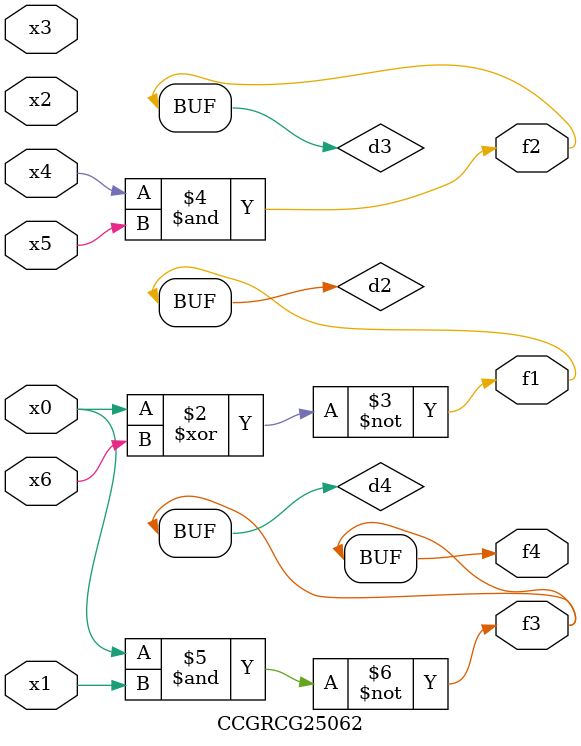
<source format=v>
module CCGRCG25062(
	input x0, x1, x2, x3, x4, x5, x6,
	output f1, f2, f3, f4
);

	wire d1, d2, d3, d4;

	nor (d1, x0);
	xnor (d2, x0, x6);
	and (d3, x4, x5);
	nand (d4, x0, x1);
	assign f1 = d2;
	assign f2 = d3;
	assign f3 = d4;
	assign f4 = d4;
endmodule

</source>
